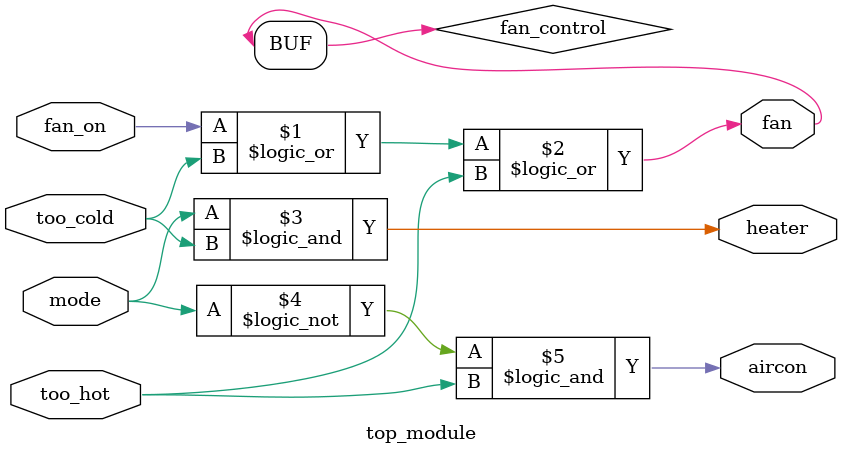
<source format=sv>
module top_module(
  input mode,
  input too_cold, 
  input too_hot,
  input fan_on,
  output heater,
  output aircon,
  output fan
);
  // Declare internal wire for fan control
  wire fan_control;

  // Assign value to fan control wire
  assign fan_control = (fan_on || too_cold || too_hot);

  // Assign output values
  assign fan = fan_control;
  assign heater = (mode && too_cold);
  assign aircon = (!mode && too_hot);
endmodule

</source>
